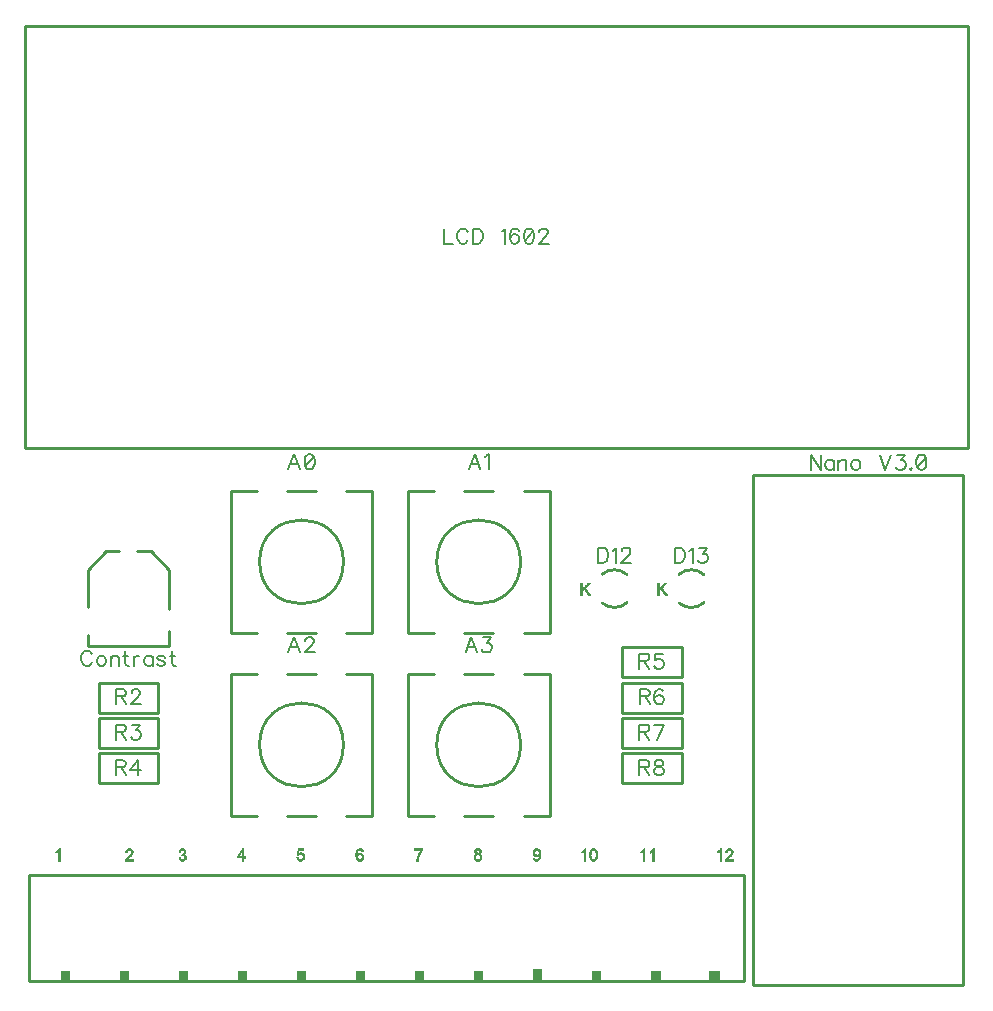
<source format=gbr>
G04 DipTrace 3.2.0.1*
G04 TopSilk.gbr*
%MOIN*%
G04 #@! TF.FileFunction,Legend,Top*
G04 #@! TF.Part,Single*
%ADD10C,0.009843*%
%ADD13C,0.002625*%
%ADD63C,0.00772*%
%FSLAX26Y26*%
G04*
G70*
G90*
G75*
G01*
G04 TopSilk*
%LPD*%
X2321646Y1769654D2*
D10*
G02X2403877Y1768520I40474J-47136D01*
G01*
X2321646Y1673654D2*
G03X2403877Y1674787I40474J47136D01*
G01*
X2577551Y1769654D2*
G02X2659783Y1768520I40474J-47136D01*
G01*
X2577551Y1673654D2*
G03X2659783Y1674787I40474J47136D01*
G01*
X397638Y3598425D2*
X3539370D1*
Y2188976D1*
X397638D1*
Y3598425D1*
X409449Y413386D2*
X2795276D1*
Y767717D1*
X409449D1*
Y413386D1*
G36*
X1500010Y448110D2*
X1531742D1*
Y416610D1*
X1500010D1*
Y448110D1*
G37*
G36*
X1697080D2*
X1728334D1*
Y416610D1*
X1697080D1*
Y448110D1*
G37*
G36*
X1893672D2*
X1925165D1*
Y416610D1*
X1893672D1*
Y448110D1*
G37*
G36*
X2090502Y452043D2*
X2122234D1*
Y416610D1*
X2090502D1*
Y452043D1*
G37*
G36*
X2287572Y448110D2*
X2318826D1*
Y416610D1*
X2287572D1*
Y448110D1*
G37*
G36*
X515857D2*
X547350D1*
Y416610D1*
X515857D1*
Y448110D1*
G37*
G36*
X2484164D2*
X2515657D1*
Y416610D1*
X2484164D1*
Y448110D1*
G37*
G36*
X712687D2*
X743942D1*
Y416610D1*
X712687D1*
Y448110D1*
G37*
G36*
X2677177D2*
X2712726D1*
Y416610D1*
X2677177D1*
Y448110D1*
G37*
G36*
X1303180D2*
X1334672D1*
Y416610D1*
X1303180D1*
Y448110D1*
G37*
G36*
X909280D2*
X940772D1*
Y416610D1*
X909280D1*
Y448110D1*
G37*
G36*
X1106349D2*
X1137842D1*
Y416610D1*
X1106349D1*
Y448110D1*
G37*
X769688Y1846457D2*
D10*
X816929D1*
X667323D2*
X710623D1*
X608071Y1783465D2*
Y1661417D1*
X876181Y1783465D2*
Y1653543D1*
X608071Y1531496D2*
Y1566929D1*
X876181Y1531496D2*
Y1578740D1*
Y1531496D2*
X608071D1*
X608259Y1783465D2*
X667323Y1846457D1*
X875993Y1783465D2*
X816929Y1846457D1*
X841946Y1308268D2*
X642306D1*
Y1408268D2*
Y1308268D1*
X841946Y1408268D2*
X642306D1*
X841946D2*
Y1308268D1*
Y1190157D2*
X642306D1*
Y1290157D2*
Y1190157D1*
X841946Y1290157D2*
X642306D1*
X841946D2*
Y1190157D1*
Y1072047D2*
X642306D1*
Y1172047D2*
Y1072047D1*
X841946Y1172047D2*
X642306D1*
X841946D2*
Y1072047D1*
X2586040Y1426378D2*
X2386400D1*
Y1526378D2*
Y1426378D1*
X2586040Y1526378D2*
X2386400D1*
X2586040D2*
Y1426378D1*
Y1308268D2*
X2386400D1*
Y1408268D2*
Y1308268D1*
X2586040Y1408268D2*
X2386400D1*
X2586040D2*
Y1308268D1*
X2386400Y1290157D2*
X2586040D1*
Y1190157D2*
Y1290157D1*
X2386400Y1190157D2*
X2586040D1*
X2386400D2*
Y1290157D1*
Y1172047D2*
X2586040D1*
Y1072047D2*
Y1172047D1*
X2386400Y1072047D2*
X2586040D1*
X2386400D2*
Y1172047D1*
X1179150Y1811024D2*
G02X1179150Y1811024I139748J0D01*
G01*
X1468520Y1574799D2*
X1555118D1*
Y2047248D1*
X1468520D1*
X1169276Y1574799D2*
X1082677D1*
Y2047248D1*
X1169276D1*
X1366142Y1574799D2*
X1271654D1*
Y2047248D2*
X1366142D1*
X1769701Y1811024D2*
G02X1769701Y1811024I139748J0D01*
G01*
X2059071Y1574799D2*
X2145669D1*
Y2047248D1*
X2059071D1*
X1759827Y1574799D2*
X1673228D1*
Y2047248D1*
X1759827D1*
X1956693Y1574799D2*
X1862205D1*
Y2047248D2*
X1956693D1*
X1179150Y1200787D2*
G02X1179150Y1200787I139748J0D01*
G01*
X1468520Y964563D2*
X1555118D1*
Y1437012D1*
X1468520D1*
X1169276Y964563D2*
X1082677D1*
Y1437012D1*
X1169276D1*
X1366142Y964563D2*
X1271654D1*
Y1437012D2*
X1366142D1*
X1769701Y1200787D2*
G02X1769701Y1200787I139748J0D01*
G01*
X2059071Y964563D2*
X2145669D1*
Y1437012D1*
X2059071D1*
X1759827Y964563D2*
X1673228D1*
Y1437012D1*
X1759827D1*
X1956693Y964563D2*
X1862205D1*
Y1437012D2*
X1956693D1*
X2824016Y2098819D2*
X3524016D1*
Y398878D1*
X2824016D1*
Y2098819D1*
X510499Y855643D2*
D13*
X513123D1*
X509186Y854331D2*
X513123D1*
X507874Y853018D2*
X513123D1*
X506557Y851706D2*
X513123D1*
X505198Y850394D2*
X513123D1*
X503724Y849081D2*
X513123D1*
X502148Y847769D2*
X513123D1*
X500718Y846457D2*
X513123D1*
X499544Y845144D2*
X505008D1*
X507874D2*
X513123D1*
X499062Y843832D2*
X503235D1*
X507874D2*
X513123D1*
X498688Y842520D2*
X501312D1*
X507874D2*
X513123D1*
X507874Y841207D2*
X513123D1*
X507874Y839895D2*
X513123D1*
X507874Y838583D2*
X513123D1*
X507874Y837270D2*
X513123D1*
X507874Y835958D2*
X513123D1*
X507874Y834646D2*
X513123D1*
X507874Y833333D2*
X513123D1*
X507874Y832021D2*
X513123D1*
X507874Y830709D2*
X513123D1*
X507874Y829396D2*
X513123D1*
X507874Y828084D2*
X513123D1*
X507874Y826772D2*
X513123D1*
X507874Y825459D2*
X513123D1*
X507874Y824147D2*
X513123D1*
X507874Y822835D2*
X513123D1*
X507874Y821522D2*
X513123D1*
X507874Y820210D2*
X513123D1*
X507874Y818898D2*
X513123D1*
X507874Y817585D2*
X513123D1*
X507874Y816273D2*
X513123D1*
X507874Y814961D2*
X513123D1*
X1307087Y855643D2*
X1325459D1*
X1306638Y854331D2*
X1325459D1*
X1306247Y853018D2*
X1325459D1*
X1305993Y851706D2*
X1325459D1*
X1305819Y850394D2*
X1309508D1*
X1305594Y849081D2*
X1309183D1*
X1305256Y847769D2*
X1308843D1*
X1304910Y846457D2*
X1308608D1*
X1304673Y845144D2*
X1308440D1*
X1304504Y843832D2*
X1308216D1*
X1304280Y842520D2*
X1307868D1*
X1312336D2*
X1318898D1*
X1303943Y841207D2*
X1307468D1*
X1309096D2*
X1320811D1*
X1303603Y839895D2*
X1322454D1*
X1303421Y838583D2*
X1323784D1*
X1303390Y837270D2*
X1309711D1*
X1318432D2*
X1324816D1*
X1303863Y835958D2*
X1308399D1*
X1320135D2*
X1325607D1*
X1304462Y834646D2*
X1307087D1*
X1321329D2*
X1326176D1*
X1322223Y833333D2*
X1326552D1*
X1322538Y832021D2*
X1326915D1*
X1322708Y830709D2*
X1327437D1*
X1322785Y829396D2*
X1328084D1*
X1322811Y828084D2*
X1327478D1*
X1322772Y826772D2*
X1327096D1*
X1301837Y825459D2*
X1305774D1*
X1322558D2*
X1326859D1*
X1302336Y824147D2*
X1306669D1*
X1322150D2*
X1326602D1*
X1302900Y822835D2*
X1307635D1*
X1321124D2*
X1326203D1*
X1303514Y821522D2*
X1310106D1*
X1318587D2*
X1325635D1*
X1304208Y820210D2*
X1314022D1*
X1314623D2*
X1324858D1*
X1305128Y818898D2*
X1323765D1*
X1306547Y817585D2*
X1322206D1*
X1308600Y816273D2*
X1320068D1*
X1311024Y814961D2*
X1317585D1*
X1509186Y855643D2*
X1515748D1*
X1506712Y854331D2*
X1517907D1*
X1504814Y853018D2*
X1519615D1*
X1503440Y851706D2*
X1520855D1*
X1502347Y850394D2*
X1507879D1*
X1515287D2*
X1521786D1*
X1501413Y849081D2*
X1506618D1*
X1517035D2*
X1522526D1*
X1500724Y847769D2*
X1505519D1*
X1518423D2*
X1523120D1*
X1500281Y846457D2*
X1504693D1*
X1519685D2*
X1523622D1*
X1499920Y845144D2*
X1504083D1*
X1499521Y843832D2*
X1503555D1*
X1499150Y842520D2*
X1503131D1*
X1498909Y841207D2*
X1502915D1*
X1509186D2*
X1515748D1*
X1498782Y839895D2*
X1502869D1*
X1507022D2*
X1517912D1*
X1498725Y838583D2*
X1503340D1*
X1504844D2*
X1519661D1*
X1498702Y837270D2*
X1521022D1*
X1498693Y835958D2*
X1508340D1*
X1515435D2*
X1522099D1*
X1498689Y834646D2*
X1506632D1*
X1517295D2*
X1522854D1*
X1498688Y833333D2*
X1505392D1*
X1518726D2*
X1523324D1*
X1498688Y832021D2*
X1504467D1*
X1519223D2*
X1523691D1*
X1498693Y830709D2*
X1503785D1*
X1519490D2*
X1524048D1*
X1498739Y829396D2*
X1503282D1*
X1519609D2*
X1524252D1*
X1498906Y828084D2*
X1503394D1*
X1519652D2*
X1524180D1*
X1499226Y826772D2*
X1503653D1*
X1519624D2*
X1523965D1*
X1499608Y825459D2*
X1504039D1*
X1519453D2*
X1523747D1*
X1500009Y824147D2*
X1504693D1*
X1519139D2*
X1523477D1*
X1500497Y822835D2*
X1505606D1*
X1518321D2*
X1523065D1*
X1501107Y821522D2*
X1507926D1*
X1515773D2*
X1522490D1*
X1501897Y820210D2*
X1511441D1*
X1511661D2*
X1521715D1*
X1502947Y818898D2*
X1520672D1*
X1504307Y817585D2*
X1519314D1*
X1505997Y816273D2*
X1517625D1*
X1507874Y814961D2*
X1515748D1*
X1122047Y855643D2*
X1124672D1*
X1120938Y854331D2*
X1124672D1*
X1119951Y853018D2*
X1124672D1*
X1118983Y851706D2*
X1124672D1*
X1117947Y850394D2*
X1124672D1*
X1116924Y849081D2*
X1124672D1*
X1115987Y847769D2*
X1124672D1*
X1115080Y846457D2*
X1124672D1*
X1114173Y845144D2*
X1118160D1*
X1120735D2*
X1124672D1*
X1113300Y843832D2*
X1117016D1*
X1120735D2*
X1124672D1*
X1112386Y842520D2*
X1116023D1*
X1120735D2*
X1124672D1*
X1111372Y841207D2*
X1115094D1*
X1120735D2*
X1124672D1*
X1110357Y839895D2*
X1114178D1*
X1120735D2*
X1124672D1*
X1109423Y838583D2*
X1113301D1*
X1120735D2*
X1124672D1*
X1108518Y837270D2*
X1112386D1*
X1120735D2*
X1124672D1*
X1107611Y835958D2*
X1111372D1*
X1120735D2*
X1124672D1*
X1106743Y834646D2*
X1110358D1*
X1120735D2*
X1124672D1*
X1105875Y833333D2*
X1109430D1*
X1120735D2*
X1124672D1*
X1105034Y832021D2*
X1108533D1*
X1120735D2*
X1124672D1*
X1104385Y830709D2*
X1107612D1*
X1120735D2*
X1124672D1*
X1104001Y829396D2*
X1129921D1*
X1103810Y828084D2*
X1129921D1*
X1103724Y826772D2*
X1129921D1*
X1103675Y825459D2*
X1129921D1*
X1120735Y824147D2*
X1124672D1*
X1120735Y822835D2*
X1124672D1*
X1120735Y821522D2*
X1124672D1*
X1120735Y820210D2*
X1124672D1*
X1120735Y818898D2*
X1124672D1*
X1120735Y817585D2*
X1124672D1*
X1120735Y816273D2*
X1124672D1*
X1120735Y814961D2*
X1124672D1*
X740157Y855643D2*
X748031D1*
X737841Y854331D2*
X749950D1*
X735934Y853018D2*
X751634D1*
X734548Y851706D2*
X753086D1*
X733573Y850394D2*
X740471D1*
X748026D2*
X754264D1*
X732884Y849081D2*
X738605D1*
X749287D2*
X755078D1*
X732357Y847769D2*
X737159D1*
X750381D2*
X755534D1*
X731859Y846457D2*
X736431D1*
X751161D2*
X755753D1*
X731392Y845144D2*
X735696D1*
X751599D2*
X755842D1*
X730971Y843832D2*
X734908D1*
X751767D2*
X755833D1*
X751687Y842520D2*
X755674D1*
X751358Y841207D2*
X755319D1*
X750817Y839895D2*
X754812D1*
X750060Y838583D2*
X754218D1*
X749071Y837270D2*
X753541D1*
X747918Y835958D2*
X752724D1*
X746670Y834646D2*
X751710D1*
X745339Y833333D2*
X750542D1*
X743870Y832021D2*
X749250D1*
X742247Y830709D2*
X747797D1*
X740600Y829396D2*
X746181D1*
X739059Y828084D2*
X744536D1*
X737630Y826772D2*
X742996D1*
X736309Y825459D2*
X741562D1*
X735140Y824147D2*
X740194D1*
X734139Y822835D2*
X738859D1*
X733211Y821522D2*
X737538D1*
X732345Y820210D2*
X736222D1*
X731686Y818898D2*
X755906D1*
X731298Y817585D2*
X755906D1*
X731097Y816273D2*
X755906D1*
X730971Y814961D2*
X755906D1*
X916010Y855643D2*
X923885D1*
X914142Y854331D2*
X925798D1*
X912626Y853018D2*
X927441D1*
X911489Y851706D2*
X928771D1*
X910652Y850394D2*
X917636D1*
X923419D2*
X929803D1*
X909991Y849081D2*
X915775D1*
X925122D2*
X930594D1*
X909835Y847769D2*
X914343D1*
X926310D2*
X931153D1*
X910225Y846457D2*
X913802D1*
X927189D2*
X931433D1*
X910761Y845144D2*
X913386D1*
X927398D2*
X931420D1*
X927048Y843832D2*
X931125D1*
X925990Y842520D2*
X930598D1*
X924440Y841207D2*
X929847D1*
X922499Y839895D2*
X928861D1*
X920749Y838583D2*
X927716D1*
X919426Y837270D2*
X926509D1*
X918974Y835958D2*
X928422D1*
X918635Y834646D2*
X930060D1*
X922921Y833333D2*
X931350D1*
X925899Y832021D2*
X932260D1*
X927969Y830709D2*
X932900D1*
X928582Y829396D2*
X933395D1*
X928899Y828084D2*
X933779D1*
X910761Y826772D2*
X912073D1*
X928994D2*
X933644D1*
X909546Y825459D2*
X912740D1*
X928873D2*
X933416D1*
X909176Y824147D2*
X913413D1*
X928582D2*
X933191D1*
X909456Y822835D2*
X914256D1*
X927768D2*
X932874D1*
X909925Y821522D2*
X917012D1*
X925221D2*
X932295D1*
X910594Y820210D2*
X921283D1*
X921110D2*
X931401D1*
X911606Y818898D2*
X930245D1*
X913138Y817585D2*
X928820D1*
X915129Y816273D2*
X927095D1*
X917323Y814961D2*
X925197D1*
X1695538Y855643D2*
X1721785D1*
X1695538Y854331D2*
X1721532D1*
X1695538Y853018D2*
X1721033D1*
X1695538Y851706D2*
X1720328D1*
X1715426Y850394D2*
X1719548D1*
X1714444Y849081D2*
X1718710D1*
X1713518Y847769D2*
X1717831D1*
X1712602Y846457D2*
X1716973D1*
X1711731Y845144D2*
X1716104D1*
X1710857Y843832D2*
X1715218D1*
X1709969Y842520D2*
X1714397D1*
X1709153Y841207D2*
X1713653D1*
X1708450Y839895D2*
X1712954D1*
X1707877Y838583D2*
X1712281D1*
X1707393Y837270D2*
X1711623D1*
X1706877Y835958D2*
X1711006D1*
X1706305Y834646D2*
X1710474D1*
X1705729Y833333D2*
X1710012D1*
X1705214Y832021D2*
X1709544D1*
X1704759Y830709D2*
X1709096D1*
X1704298Y829396D2*
X1708673D1*
X1703892Y828084D2*
X1708227D1*
X1703591Y826772D2*
X1707826D1*
X1703292Y825459D2*
X1707526D1*
X1702918Y824147D2*
X1707228D1*
X1702557Y822835D2*
X1706855D1*
X1702319Y821522D2*
X1706494D1*
X1702194Y820210D2*
X1706256D1*
X1702137Y818898D2*
X1706131D1*
X1702114Y817585D2*
X1706074D1*
X1702104Y816273D2*
X1706050D1*
X1702100Y814961D2*
X1706037D1*
X1901575Y855643D2*
X1909449D1*
X1899662Y854331D2*
X1911362D1*
X1898019Y853018D2*
X1913005D1*
X1896688Y851706D2*
X1914336D1*
X1895657Y850394D2*
X1902041D1*
X1909394D2*
X1915367D1*
X1894870Y849081D2*
X1900343D1*
X1910487D2*
X1916153D1*
X1894236Y847769D2*
X1899015D1*
X1911261D2*
X1916788D1*
X1894170Y846457D2*
X1898408D1*
X1911778D2*
X1916859D1*
X1894392Y845144D2*
X1898427D1*
X1911793D2*
X1916678D1*
X1894842Y843832D2*
X1899091D1*
X1911252D2*
X1916349D1*
X1895458Y842520D2*
X1901590D1*
X1909167D2*
X1915879D1*
X1896315Y841207D2*
X1905677D1*
X1905790D2*
X1915216D1*
X1897515Y839895D2*
X1913739D1*
X1898950Y838583D2*
X1912073D1*
X1897643Y837270D2*
X1913381D1*
X1896377Y835958D2*
X1914647D1*
X1895237Y834646D2*
X1901883D1*
X1909141D2*
X1915787D1*
X1894290Y833333D2*
X1899976D1*
X1911047D2*
X1916734D1*
X1893533Y832021D2*
X1898590D1*
X1912433D2*
X1917491D1*
X1892982Y830709D2*
X1897620D1*
X1913404D2*
X1918042D1*
X1892661Y829396D2*
X1896982D1*
X1914042D2*
X1918363D1*
X1892507Y828084D2*
X1896670D1*
X1914353D2*
X1918516D1*
X1892484Y826772D2*
X1896670D1*
X1914353D2*
X1918540D1*
X1892628Y825459D2*
X1896967D1*
X1914057D2*
X1918395D1*
X1892978Y824147D2*
X1897569D1*
X1913455D2*
X1918045D1*
X1893483Y822835D2*
X1898433D1*
X1912590D2*
X1917540D1*
X1894082Y821522D2*
X1901227D1*
X1909797D2*
X1916942D1*
X1894809Y820210D2*
X1905520D1*
X1905503D2*
X1916215D1*
X1895844Y818898D2*
X1915179D1*
X1897386Y817585D2*
X1913638D1*
X1899380Y816273D2*
X1911644D1*
X1901575Y814961D2*
X1909449D1*
X2098425Y855643D2*
X2104987D1*
X2096108Y854331D2*
X2107304D1*
X2094202Y853018D2*
X2109210D1*
X2092811Y851706D2*
X2110601D1*
X2091794Y850394D2*
X2098891D1*
X2106294D2*
X2111618D1*
X2090984Y849081D2*
X2097183D1*
X2107555D2*
X2112428D1*
X2090312Y847769D2*
X2095943D1*
X2108649D2*
X2113100D1*
X2089803Y846457D2*
X2095013D1*
X2109429D2*
X2113609D1*
X2089500Y845144D2*
X2094285D1*
X2109872D2*
X2113912D1*
X2089348Y843832D2*
X2093759D1*
X2110086D2*
X2114069D1*
X2089287Y842520D2*
X2093493D1*
X2110173D2*
X2114182D1*
X2089306Y841207D2*
X2093511D1*
X2110159D2*
X2114376D1*
X2089463Y839895D2*
X2093814D1*
X2109954D2*
X2114700D1*
X2089779Y838583D2*
X2094418D1*
X2109551D2*
X2115041D1*
X2090165Y837270D2*
X2095284D1*
X2108320D2*
X2115266D1*
X2090612Y835958D2*
X2098077D1*
X2106181D2*
X2115342D1*
X2091272Y834646D2*
X2102371D1*
X2102714D2*
X2115230D1*
X2092246Y833333D2*
X2108870D1*
X2111806D2*
X2114939D1*
X2093570Y832021D2*
X2107354D1*
X2111039D2*
X2114611D1*
X2095244Y830709D2*
X2105593D1*
X2110594D2*
X2114386D1*
X2097113Y829396D2*
X2103675D1*
X2110335D2*
X2114260D1*
X2110071Y828084D2*
X2114159D1*
X2109668Y826772D2*
X2113963D1*
X2109099Y825459D2*
X2113594D1*
X2090551Y824147D2*
X2094488D1*
X2108307D2*
X2113082D1*
X2090606Y822835D2*
X2095219D1*
X2107301D2*
X2112486D1*
X2090826Y821522D2*
X2097355D1*
X2104956D2*
X2111809D1*
X2091364Y820210D2*
X2100758D1*
X2101428D2*
X2110987D1*
X2092283Y818898D2*
X2109923D1*
X2093584Y817585D2*
X2108558D1*
X2095249Y816273D2*
X2106865D1*
X2097113Y814961D2*
X2104987D1*
X2262467Y855643D2*
X2265092D1*
X2287402D2*
X2295276D1*
X2261155Y854331D2*
X2265092D1*
X2285489D2*
X2297144D1*
X2259843Y853018D2*
X2265092D1*
X2283845D2*
X2298660D1*
X2258525Y851706D2*
X2265092D1*
X2282515D2*
X2299802D1*
X2257167Y850394D2*
X2265092D1*
X2281483D2*
X2287407D1*
X2295226D2*
X2300690D1*
X2255692Y849081D2*
X2265092D1*
X2280692D2*
X2286146D1*
X2296365D2*
X2301442D1*
X2254117Y847769D2*
X2265092D1*
X2280123D2*
X2285052D1*
X2297311D2*
X2302091D1*
X2252686Y846457D2*
X2265092D1*
X2279751D2*
X2284267D1*
X2298068D2*
X2302596D1*
X2251513Y845144D2*
X2256977D1*
X2259843D2*
X2265092D1*
X2279424D2*
X2283778D1*
X2298619D2*
X2302942D1*
X2251031Y843832D2*
X2255204D1*
X2259843D2*
X2265092D1*
X2279039D2*
X2283397D1*
X2298946D2*
X2303259D1*
X2250656Y842520D2*
X2253281D1*
X2259843D2*
X2265092D1*
X2278675D2*
X2282990D1*
X2299150D2*
X2303640D1*
X2259843Y841207D2*
X2265092D1*
X2278435D2*
X2282617D1*
X2299387D2*
X2304003D1*
X2259843Y839895D2*
X2265092D1*
X2278310D2*
X2282374D1*
X2299729D2*
X2304242D1*
X2259843Y838583D2*
X2265092D1*
X2278253D2*
X2282247D1*
X2300076D2*
X2304368D1*
X2259843Y837270D2*
X2265092D1*
X2278229D2*
X2282190D1*
X2300309D2*
X2304425D1*
X2259843Y835958D2*
X2265092D1*
X2278220D2*
X2282166D1*
X2300427D2*
X2304448D1*
X2259843Y834646D2*
X2265092D1*
X2278217D2*
X2282157D1*
X2300437D2*
X2304457D1*
X2259843Y833333D2*
X2265092D1*
X2278216D2*
X2282159D1*
X2300293D2*
X2304455D1*
X2259843Y832021D2*
X2265092D1*
X2278221D2*
X2282204D1*
X2299987D2*
X2304410D1*
X2259843Y830709D2*
X2265092D1*
X2278267D2*
X2282371D1*
X2299654D2*
X2304243D1*
X2259843Y829396D2*
X2265092D1*
X2278434D2*
X2282685D1*
X2299421D2*
X2303929D1*
X2259843Y828084D2*
X2265092D1*
X2278748D2*
X2283027D1*
X2299254D2*
X2303588D1*
X2259843Y826772D2*
X2265092D1*
X2279090D2*
X2283307D1*
X2299026D2*
X2303313D1*
X2259843Y825459D2*
X2265092D1*
X2279365D2*
X2283647D1*
X2298637D2*
X2303018D1*
X2259843Y824147D2*
X2265092D1*
X2279659D2*
X2284261D1*
X2298048D2*
X2302602D1*
X2259843Y822835D2*
X2265092D1*
X2280080D2*
X2285146D1*
X2297288D2*
X2302070D1*
X2259843Y821522D2*
X2265092D1*
X2280658D2*
X2287460D1*
X2295092D2*
X2301467D1*
X2259843Y820210D2*
X2265092D1*
X2281434D2*
X2290971D1*
X2291654D2*
X2300782D1*
X2259843Y818898D2*
X2265092D1*
X2282478D2*
X2299914D1*
X2259843Y817585D2*
X2265092D1*
X2283835D2*
X2298698D1*
X2259843Y816273D2*
X2265092D1*
X2285525D2*
X2297094D1*
X2259843Y814961D2*
X2265092D1*
X2287402D2*
X2295276D1*
X2459318Y855643D2*
X2461942D1*
X2490814D2*
X2493438D1*
X2458005Y854331D2*
X2461942D1*
X2489501D2*
X2493438D1*
X2456693Y853018D2*
X2461942D1*
X2488189D2*
X2493438D1*
X2455375Y851706D2*
X2461942D1*
X2486872D2*
X2493438D1*
X2454017Y850394D2*
X2461942D1*
X2485513D2*
X2493438D1*
X2452543Y849081D2*
X2461942D1*
X2484039D2*
X2493438D1*
X2450967Y847769D2*
X2461942D1*
X2482463D2*
X2493438D1*
X2449536Y846457D2*
X2461942D1*
X2481033D2*
X2493438D1*
X2448363Y845144D2*
X2453827D1*
X2456693D2*
X2461942D1*
X2479861D2*
X2485307D1*
X2488189D2*
X2493438D1*
X2447881Y843832D2*
X2452054D1*
X2456693D2*
X2461942D1*
X2479417D2*
X2483454D1*
X2488189D2*
X2493438D1*
X2447507Y842520D2*
X2450131D1*
X2456693D2*
X2461942D1*
X2479166D2*
X2481299D1*
X2488189D2*
X2493438D1*
X2456693Y841207D2*
X2461942D1*
X2479003D2*
D3*
X2488189D2*
X2493438D1*
X2456693Y839895D2*
X2461942D1*
X2488189D2*
X2493438D1*
X2456693Y838583D2*
X2461942D1*
X2488189D2*
X2493438D1*
X2456693Y837270D2*
X2461942D1*
X2488189D2*
X2493438D1*
X2456693Y835958D2*
X2461942D1*
X2488189D2*
X2493438D1*
X2456693Y834646D2*
X2461942D1*
X2488189D2*
X2493438D1*
X2456693Y833333D2*
X2461942D1*
X2488189D2*
X2493438D1*
X2456693Y832021D2*
X2461942D1*
X2488189D2*
X2493438D1*
X2456693Y830709D2*
X2461942D1*
X2488189D2*
X2493438D1*
X2456693Y829396D2*
X2461942D1*
X2488189D2*
X2493438D1*
X2456693Y828084D2*
X2461942D1*
X2488189D2*
X2493438D1*
X2456693Y826772D2*
X2461942D1*
X2488189D2*
X2493438D1*
X2456693Y825459D2*
X2461942D1*
X2488189D2*
X2493438D1*
X2456693Y824147D2*
X2461942D1*
X2488189D2*
X2493438D1*
X2456693Y822835D2*
X2461942D1*
X2488189D2*
X2493438D1*
X2456693Y821522D2*
X2461942D1*
X2488189D2*
X2493438D1*
X2456693Y820210D2*
X2461942D1*
X2488189D2*
X2493438D1*
X2456693Y818898D2*
X2461942D1*
X2488189D2*
X2493438D1*
X2456693Y817585D2*
X2461942D1*
X2488189D2*
X2493438D1*
X2456693Y816273D2*
X2461942D1*
X2488189D2*
X2493438D1*
X2456693Y814961D2*
X2461942D1*
X2488189D2*
X2493438D1*
X2715223Y855643D2*
X2717848D1*
X2740157D2*
X2748031D1*
X2713911Y854331D2*
X2717848D1*
X2737841D2*
X2749950D1*
X2712598Y853018D2*
X2717848D1*
X2735934D2*
X2751634D1*
X2711281Y851706D2*
X2717848D1*
X2734548D2*
X2753086D1*
X2709922Y850394D2*
X2717848D1*
X2733573D2*
X2740471D1*
X2748026D2*
X2754264D1*
X2708448Y849081D2*
X2717848D1*
X2732884D2*
X2738605D1*
X2749287D2*
X2755078D1*
X2706873Y847769D2*
X2717848D1*
X2732357D2*
X2737159D1*
X2750381D2*
X2755534D1*
X2705442Y846457D2*
X2717848D1*
X2731859D2*
X2736431D1*
X2751161D2*
X2755753D1*
X2704269Y845144D2*
X2709732D1*
X2712598D2*
X2717848D1*
X2731392D2*
X2735696D1*
X2751599D2*
X2755842D1*
X2703786Y843832D2*
X2707960D1*
X2712598D2*
X2717848D1*
X2730971D2*
X2734908D1*
X2751767D2*
X2755833D1*
X2703412Y842520D2*
X2706037D1*
X2712598D2*
X2717848D1*
X2751687D2*
X2755674D1*
X2712598Y841207D2*
X2717848D1*
X2751358D2*
X2755319D1*
X2712598Y839895D2*
X2717848D1*
X2750817D2*
X2754812D1*
X2712598Y838583D2*
X2717848D1*
X2750060D2*
X2754218D1*
X2712598Y837270D2*
X2717848D1*
X2749071D2*
X2753541D1*
X2712598Y835958D2*
X2717848D1*
X2747918D2*
X2752724D1*
X2712598Y834646D2*
X2717848D1*
X2746670D2*
X2751710D1*
X2712598Y833333D2*
X2717848D1*
X2745339D2*
X2750542D1*
X2712598Y832021D2*
X2717848D1*
X2743870D2*
X2749250D1*
X2712598Y830709D2*
X2717848D1*
X2742247D2*
X2747797D1*
X2712598Y829396D2*
X2717848D1*
X2740600D2*
X2746181D1*
X2712598Y828084D2*
X2717848D1*
X2739059D2*
X2744536D1*
X2712598Y826772D2*
X2717848D1*
X2737630D2*
X2742996D1*
X2712598Y825459D2*
X2717848D1*
X2736309D2*
X2741562D1*
X2712598Y824147D2*
X2717848D1*
X2735140D2*
X2740194D1*
X2712598Y822835D2*
X2717848D1*
X2734139D2*
X2738859D1*
X2712598Y821522D2*
X2717848D1*
X2733211D2*
X2737538D1*
X2712598Y820210D2*
X2717848D1*
X2732345D2*
X2736222D1*
X2712598Y818898D2*
X2717848D1*
X2731686D2*
X2755906D1*
X2712598Y817585D2*
X2717848D1*
X2731298D2*
X2755906D1*
X2712598Y816273D2*
X2717848D1*
X2731097D2*
X2755906D1*
X2712598Y814961D2*
X2717848D1*
X2730971D2*
X2755906D1*
X2248031Y1741470D2*
X2253281D1*
X2272966D2*
X2279528D1*
X2248031Y1740157D2*
X2253281D1*
X2272102D2*
X2278215D1*
X2248031Y1738845D2*
X2253281D1*
X2271180D2*
X2276903D1*
X2248031Y1737533D2*
X2253281D1*
X2270117D2*
X2275591D1*
X2248031Y1736220D2*
X2253281D1*
X2268933D2*
X2274278D1*
X2248031Y1734908D2*
X2253281D1*
X2267679D2*
X2272966D1*
X2248031Y1733596D2*
X2253281D1*
X2266390D2*
X2271654D1*
X2248031Y1732283D2*
X2253281D1*
X2265087D2*
X2270341D1*
X2248031Y1730971D2*
X2253281D1*
X2263778D2*
X2269029D1*
X2248031Y1729659D2*
X2253281D1*
X2262467D2*
X2267722D1*
X2248031Y1728346D2*
X2253281D1*
X2261155D2*
X2266466D1*
X2248031Y1727034D2*
X2253286D1*
X2259837D2*
X2265418D1*
X2248031Y1725722D2*
X2253336D1*
X2258475D2*
X2264623D1*
X2248031Y1724409D2*
X2253539D1*
X2256960D2*
X2264686D1*
X2248031Y1723097D2*
X2253987D1*
X2255199D2*
X2265062D1*
X2248031Y1721785D2*
X2265735D1*
X2248031Y1720472D2*
X2258530D1*
X2260952D2*
X2266646D1*
X2248031Y1719160D2*
X2257223D1*
X2261934D2*
X2267619D1*
X2248031Y1717848D2*
X2255962D1*
X2262860D2*
X2268538D1*
X2248031Y1716535D2*
X2254868D1*
X2263776D2*
X2269438D1*
X2248031Y1715223D2*
X2254089D1*
X2264646D2*
X2270343D1*
X2248031Y1713911D2*
X2253646D1*
X2265520D2*
X2271215D1*
X2248031Y1712598D2*
X2253431D1*
X2266414D2*
X2272129D1*
X2248031Y1711286D2*
X2253339D1*
X2267281D2*
X2273143D1*
X2248031Y1709974D2*
X2253302D1*
X2268193D2*
X2274157D1*
X2248031Y1708661D2*
X2253288D1*
X2269206D2*
X2275096D1*
X2248031Y1707349D2*
X2253283D1*
X2270220D2*
X2276043D1*
X2248031Y1706037D2*
X2253282D1*
X2271154D2*
X2277071D1*
X2248031Y1704724D2*
X2253281D1*
X2272056D2*
X2278090D1*
X2248031Y1703412D2*
X2253281D1*
X2272926D2*
X2279020D1*
X2248031Y1702100D2*
X2253281D1*
X2273658D2*
X2279918D1*
X2248031Y1700787D2*
X2253281D1*
X2274278D2*
X2280840D1*
X2503937Y1741470D2*
X2509186D1*
X2528871D2*
X2535433D1*
X2503937Y1740157D2*
X2509186D1*
X2528008D2*
X2534121D1*
X2503937Y1738845D2*
X2509186D1*
X2527086D2*
X2532808D1*
X2503937Y1737533D2*
X2509186D1*
X2526022D2*
X2531496D1*
X2503937Y1736220D2*
X2509186D1*
X2524839D2*
X2530184D1*
X2503937Y1734908D2*
X2509186D1*
X2523584D2*
X2528871D1*
X2503937Y1733596D2*
X2509186D1*
X2522296D2*
X2527559D1*
X2503937Y1732283D2*
X2509186D1*
X2520992D2*
X2526247D1*
X2503937Y1730971D2*
X2509186D1*
X2519683D2*
X2524934D1*
X2503937Y1729659D2*
X2509186D1*
X2518372D2*
X2523627D1*
X2503937Y1728346D2*
X2509186D1*
X2517060D2*
X2522371D1*
X2503937Y1727034D2*
X2509191D1*
X2515743D2*
X2521324D1*
X2503937Y1725722D2*
X2509241D1*
X2514381D2*
X2520528D1*
X2503937Y1724409D2*
X2509444D1*
X2512865D2*
X2520592D1*
X2503937Y1723097D2*
X2509893D1*
X2511104D2*
X2520968D1*
X2503937Y1721785D2*
X2521641D1*
X2503937Y1720472D2*
X2514436D1*
X2516858D2*
X2522551D1*
X2503937Y1719160D2*
X2513128D1*
X2517839D2*
X2523525D1*
X2503937Y1717848D2*
X2511867D1*
X2518766D2*
X2524443D1*
X2503937Y1716535D2*
X2510774D1*
X2519681D2*
X2525343D1*
X2503937Y1715223D2*
X2509994D1*
X2520552D2*
X2526248D1*
X2503937Y1713911D2*
X2509551D1*
X2521426D2*
X2527121D1*
X2503937Y1712598D2*
X2509337D1*
X2522319D2*
X2528034D1*
X2503937Y1711286D2*
X2509244D1*
X2523187D2*
X2529048D1*
X2503937Y1709974D2*
X2509208D1*
X2524098D2*
X2530063D1*
X2503937Y1708661D2*
X2509194D1*
X2525112D2*
X2531002D1*
X2503937Y1707349D2*
X2509189D1*
X2526126D2*
X2531948D1*
X2503937Y1706037D2*
X2509187D1*
X2527060D2*
X2532976D1*
X2503937Y1704724D2*
X2509187D1*
X2527961D2*
X2533995D1*
X2503937Y1703412D2*
X2509186D1*
X2528832D2*
X2534926D1*
X2503937Y1702100D2*
X2509186D1*
X2529563D2*
X2535823D1*
X2503937Y1700787D2*
X2509186D1*
X2530184D2*
X2536745D1*
X510499Y855643D2*
X509186Y854331D1*
X507874Y853018D1*
X506557Y851706D1*
X505198Y850394D1*
X503724Y849081D1*
X502148Y847769D1*
X500718Y846457D1*
X499544Y845144D1*
X499062Y843832D1*
X498688Y842520D1*
X513123Y855643D2*
Y854331D1*
Y853018D1*
Y851706D1*
Y850394D1*
Y849081D1*
Y847769D1*
Y846457D1*
Y845144D1*
Y843832D1*
Y842520D1*
Y841207D1*
Y839895D1*
Y838583D1*
Y837270D1*
Y835958D1*
Y834646D1*
Y833333D1*
Y832021D1*
Y830709D1*
Y829396D1*
Y828084D1*
Y826772D1*
Y825459D1*
Y824147D1*
Y822835D1*
Y821522D1*
Y820210D1*
Y818898D1*
Y817585D1*
Y816273D1*
Y814961D1*
X506562Y846457D2*
X505008Y845144D1*
X503235Y843832D1*
X501312Y842520D1*
X507874Y846457D2*
Y845144D1*
Y843832D1*
Y842520D1*
Y841207D1*
Y839895D1*
Y838583D1*
Y837270D1*
Y835958D1*
Y834646D1*
Y833333D1*
Y832021D1*
Y830709D1*
Y829396D1*
Y828084D1*
Y826772D1*
Y825459D1*
Y824147D1*
Y822835D1*
Y821522D1*
Y820210D1*
Y818898D1*
Y817585D1*
Y816273D1*
Y814961D1*
X1307087Y855643D2*
X1306638Y854331D1*
X1306247Y853018D1*
X1305993Y851706D1*
X1305819Y850394D1*
X1305594Y849081D1*
X1305256Y847769D1*
X1304910Y846457D1*
X1304673Y845144D1*
X1304504Y843832D1*
X1304280Y842520D1*
X1303943Y841207D1*
X1303603Y839895D1*
X1303421Y838583D1*
X1303390Y837270D1*
X1303863Y835958D1*
X1304462Y834646D1*
X1325459Y855643D2*
Y854331D1*
Y853018D1*
Y851706D1*
X1309711D2*
X1309508Y850394D1*
X1309183Y849081D1*
X1308843Y847769D1*
X1308608Y846457D1*
X1308440Y845144D1*
X1308216Y843832D1*
X1307868Y842520D1*
X1307468Y841207D1*
X1307087Y839895D1*
X1312336Y842520D2*
X1309096Y841207D1*
X1305774Y839895D1*
X1318898Y842520D2*
X1320811Y841207D1*
X1322454Y839895D1*
X1323784Y838583D1*
X1324816Y837270D1*
X1325607Y835958D1*
X1326176Y834646D1*
X1326552Y833333D1*
X1326915Y832021D1*
X1327437Y830709D1*
X1328084Y829396D1*
X1327478Y828084D1*
X1327096Y826772D1*
X1326859Y825459D1*
X1326602Y824147D1*
X1326203Y822835D1*
X1325635Y821522D1*
X1324858Y820210D1*
X1323765Y818898D1*
X1322206Y817585D1*
X1320068Y816273D1*
X1317585Y814961D1*
X1311024Y838583D2*
X1309711Y837270D1*
X1308399Y835958D1*
X1307087Y834646D1*
X1316273Y838583D2*
X1318432Y837270D1*
X1320135Y835958D1*
X1321329Y834646D1*
X1322223Y833333D1*
X1322538Y832021D1*
X1322708Y830709D1*
X1322785Y829396D1*
X1322811Y828084D1*
X1322772Y826772D1*
X1322558Y825459D1*
X1322150Y824147D1*
X1321124Y822835D1*
X1318587Y821522D1*
X1314623Y820210D1*
X1309711Y818898D1*
X1301837Y825459D2*
X1302336Y824147D1*
X1302900Y822835D1*
X1303514Y821522D1*
X1304208Y820210D1*
X1305128Y818898D1*
X1306547Y817585D1*
X1308600Y816273D1*
X1311024Y814961D1*
X1305774Y825459D2*
X1306669Y824147D1*
X1307635Y822835D1*
X1310106Y821522D1*
X1314022Y820210D1*
X1318898Y818898D1*
X1509186Y855643D2*
X1506712Y854331D1*
X1504814Y853018D1*
X1503440Y851706D1*
X1502347Y850394D1*
X1501413Y849081D1*
X1500724Y847769D1*
X1500281Y846457D1*
X1499920Y845144D1*
X1499521Y843832D1*
X1499150Y842520D1*
X1498909Y841207D1*
X1498782Y839895D1*
X1498725Y838583D1*
X1498702Y837270D1*
X1498693Y835958D1*
X1498689Y834646D1*
X1498688Y833333D1*
Y832021D1*
X1498693Y830709D1*
X1498739Y829396D1*
X1498906Y828084D1*
X1499226Y826772D1*
X1499608Y825459D1*
X1500009Y824147D1*
X1500497Y822835D1*
X1501107Y821522D1*
X1501897Y820210D1*
X1502947Y818898D1*
X1504307Y817585D1*
X1505997Y816273D1*
X1507874Y814961D1*
X1515748Y855643D2*
X1517907Y854331D1*
X1519615Y853018D1*
X1520855Y851706D1*
X1521786Y850394D1*
X1522526Y849081D1*
X1523120Y847769D1*
X1523622Y846457D1*
X1509186Y851706D2*
X1507879Y850394D1*
X1506618Y849081D1*
X1505519Y847769D1*
X1504693Y846457D1*
X1504083Y845144D1*
X1503555Y843832D1*
X1503131Y842520D1*
X1502915Y841207D1*
X1502869Y839895D1*
X1503340Y838583D1*
X1503937Y837270D1*
X1513123Y851706D2*
X1515287Y850394D1*
X1517035Y849081D1*
X1518423Y847769D1*
X1519685Y846457D1*
X1509186Y841207D2*
X1507022Y839895D1*
X1504844Y838583D1*
X1502625Y837270D1*
X1515748Y841207D2*
X1517912Y839895D1*
X1519661Y838583D1*
X1521022Y837270D1*
X1522099Y835958D1*
X1522854Y834646D1*
X1523324Y833333D1*
X1523691Y832021D1*
X1524048Y830709D1*
X1524252Y829396D1*
X1524180Y828084D1*
X1523965Y826772D1*
X1523747Y825459D1*
X1523477Y824147D1*
X1523065Y822835D1*
X1522490Y821522D1*
X1521715Y820210D1*
X1520672Y818898D1*
X1519314Y817585D1*
X1517625Y816273D1*
X1515748Y814961D1*
X1510499Y837270D2*
X1508340Y835958D1*
X1506632Y834646D1*
X1505392Y833333D1*
X1504467Y832021D1*
X1503785Y830709D1*
X1503282Y829396D1*
X1503394Y828084D1*
X1503653Y826772D1*
X1504039Y825459D1*
X1504693Y824147D1*
X1505606Y822835D1*
X1507926Y821522D1*
X1511441Y820210D1*
X1515748Y818898D1*
X1513123Y837270D2*
X1515435Y835958D1*
X1517295Y834646D1*
X1518726Y833333D1*
X1519223Y832021D1*
X1519490Y830709D1*
X1519609Y829396D1*
X1519652Y828084D1*
X1519624Y826772D1*
X1519453Y825459D1*
X1519139Y824147D1*
X1518321Y822835D1*
X1515773Y821522D1*
X1511661Y820210D1*
X1506562Y818898D1*
X1122047Y855643D2*
X1120938Y854331D1*
X1119951Y853018D1*
X1118983Y851706D1*
X1117947Y850394D1*
X1116924Y849081D1*
X1115987Y847769D1*
X1115080Y846457D1*
X1114173Y845144D1*
X1113300Y843832D1*
X1112386Y842520D1*
X1111372Y841207D1*
X1110357Y839895D1*
X1109423Y838583D1*
X1108518Y837270D1*
X1107611Y835958D1*
X1106743Y834646D1*
X1105875Y833333D1*
X1105034Y832021D1*
X1104385Y830709D1*
X1104001Y829396D1*
X1103810Y828084D1*
X1103724Y826772D1*
X1103675Y825459D1*
X1124672Y855643D2*
Y854331D1*
Y853018D1*
Y851706D1*
Y850394D1*
Y849081D1*
Y847769D1*
Y846457D1*
Y845144D1*
Y843832D1*
Y842520D1*
Y841207D1*
Y839895D1*
Y838583D1*
Y837270D1*
Y835958D1*
Y834646D1*
Y833333D1*
Y832021D1*
Y830709D1*
Y829396D1*
X1129921D1*
Y828084D1*
Y826772D1*
Y825459D1*
Y824147D1*
X1124672D1*
Y822835D1*
Y821522D1*
Y820210D1*
Y818898D1*
Y817585D1*
Y816273D1*
Y814961D1*
X1119423Y846457D2*
X1118160Y845144D1*
X1117016Y843832D1*
X1116023Y842520D1*
X1115094Y841207D1*
X1114178Y839895D1*
X1113301Y838583D1*
X1112386Y837270D1*
X1111372Y835958D1*
X1110358Y834646D1*
X1109430Y833333D1*
X1108533Y832021D1*
X1107612Y830709D1*
X1118110Y829396D1*
X1120735Y846457D2*
Y845144D1*
Y843832D1*
Y842520D1*
Y841207D1*
Y839895D1*
Y838583D1*
Y837270D1*
Y835958D1*
Y834646D1*
Y833333D1*
Y832021D1*
Y830709D1*
X1108924Y829396D1*
X1120735Y825459D2*
Y824147D1*
Y822835D1*
Y821522D1*
Y820210D1*
Y818898D1*
Y817585D1*
Y816273D1*
Y814961D1*
X740157Y855643D2*
X737841Y854331D1*
X735934Y853018D1*
X734548Y851706D1*
X733573Y850394D1*
X732884Y849081D1*
X732357Y847769D1*
X731859Y846457D1*
X731392Y845144D1*
X730971Y843832D1*
X748031Y855643D2*
X749950Y854331D1*
X751634Y853018D1*
X753086Y851706D1*
X754264Y850394D1*
X755078Y849081D1*
X755534Y847769D1*
X755753Y846457D1*
X755842Y845144D1*
X755833Y843832D1*
X755674Y842520D1*
X755319Y841207D1*
X754812Y839895D1*
X754218Y838583D1*
X753541Y837270D1*
X752724Y835958D1*
X751710Y834646D1*
X750542Y833333D1*
X749250Y832021D1*
X747797Y830709D1*
X746181Y829396D1*
X744536Y828084D1*
X742996Y826772D1*
X741562Y825459D1*
X740194Y824147D1*
X738859Y822835D1*
X737538Y821522D1*
X736222Y820210D1*
X734908Y818898D1*
X742782Y851706D2*
X740471Y850394D1*
X738605Y849081D1*
X737159Y847769D1*
X736431Y846457D1*
X735696Y845144D1*
X734908Y843832D1*
X746719Y851706D2*
X748026Y850394D1*
X749287Y849081D1*
X750381Y847769D1*
X751161Y846457D1*
X751599Y845144D1*
X751767Y843832D1*
X751687Y842520D1*
X751358Y841207D1*
X750817Y839895D1*
X750060Y838583D1*
X749071Y837270D1*
X747918Y835958D1*
X746670Y834646D1*
X745339Y833333D1*
X743870Y832021D1*
X742247Y830709D1*
X740600Y829396D1*
X739059Y828084D1*
X737630Y826772D1*
X736309Y825459D1*
X735140Y824147D1*
X734139Y822835D1*
X733211Y821522D1*
X732345Y820210D1*
X731686Y818898D1*
X731298Y817585D1*
X731097Y816273D1*
X730971Y814961D1*
X755906Y818898D2*
Y817585D1*
Y816273D1*
Y814961D1*
X916010Y855643D2*
X914142Y854331D1*
X912626Y853018D1*
X911489Y851706D1*
X910652Y850394D1*
X909991Y849081D1*
X909835Y847769D1*
X910225Y846457D1*
X910761Y845144D1*
X923885Y855643D2*
X925798Y854331D1*
X927441Y853018D1*
X928771Y851706D1*
X929803Y850394D1*
X930594Y849081D1*
X931153Y847769D1*
X931433Y846457D1*
X931420Y845144D1*
X931125Y843832D1*
X930598Y842520D1*
X929847Y841207D1*
X928861Y839895D1*
X927716Y838583D1*
X926509Y837270D1*
X928422Y835958D1*
X930060Y834646D1*
X931350Y833333D1*
X932260Y832021D1*
X932900Y830709D1*
X933395Y829396D1*
X933779Y828084D1*
X933644Y826772D1*
X933416Y825459D1*
X933191Y824147D1*
X932874Y822835D1*
X932295Y821522D1*
X931401Y820210D1*
X930245Y818898D1*
X928820Y817585D1*
X927095Y816273D1*
X925197Y814961D1*
X919948Y851706D2*
X917636Y850394D1*
X915775Y849081D1*
X914343Y847769D1*
X913802Y846457D1*
X913386Y845144D1*
X921260Y851706D2*
X923419Y850394D1*
X925122Y849081D1*
X926310Y847769D1*
X927189Y846457D1*
X927398Y845144D1*
X927048Y843832D1*
X925990Y842520D1*
X924440Y841207D1*
X922499Y839895D1*
X920749Y838583D1*
X919426Y837270D1*
X918974Y835958D1*
X918635Y834646D1*
X922921Y833333D1*
X925899Y832021D1*
X927969Y830709D1*
X928582Y829396D1*
X928899Y828084D1*
X928994Y826772D1*
X928873Y825459D1*
X928582Y824147D1*
X927768Y822835D1*
X925221Y821522D1*
X921110Y820210D1*
X916010Y818898D1*
X910761Y826772D2*
X909546Y825459D1*
X909176Y824147D1*
X909456Y822835D1*
X909925Y821522D1*
X910594Y820210D1*
X911606Y818898D1*
X913138Y817585D1*
X915129Y816273D1*
X917323Y814961D1*
X912073Y826772D2*
X912740Y825459D1*
X913413Y824147D1*
X914256Y822835D1*
X917012Y821522D1*
X921283Y820210D1*
X926509Y818898D1*
X1695538Y855643D2*
Y854331D1*
Y853018D1*
Y851706D1*
X1721785Y855643D2*
X1721532Y854331D1*
X1721033Y853018D1*
X1720328Y851706D1*
X1719548Y850394D1*
X1718710Y849081D1*
X1717831Y847769D1*
X1716973Y846457D1*
X1716104Y845144D1*
X1715218Y843832D1*
X1714397Y842520D1*
X1713653Y841207D1*
X1712954Y839895D1*
X1712281Y838583D1*
X1711623Y837270D1*
X1711006Y835958D1*
X1710474Y834646D1*
X1710012Y833333D1*
X1709544Y832021D1*
X1709096Y830709D1*
X1708673Y829396D1*
X1708227Y828084D1*
X1707826Y826772D1*
X1707526Y825459D1*
X1707228Y824147D1*
X1706855Y822835D1*
X1706494Y821522D1*
X1706256Y820210D1*
X1706131Y818898D1*
X1706074Y817585D1*
X1706050Y816273D1*
X1706037Y814961D1*
X1716535Y851706D2*
X1715426Y850394D1*
X1714444Y849081D1*
X1713518Y847769D1*
X1712602Y846457D1*
X1711731Y845144D1*
X1710857Y843832D1*
X1709969Y842520D1*
X1709153Y841207D1*
X1708450Y839895D1*
X1707877Y838583D1*
X1707393Y837270D1*
X1706877Y835958D1*
X1706305Y834646D1*
X1705729Y833333D1*
X1705214Y832021D1*
X1704759Y830709D1*
X1704298Y829396D1*
X1703892Y828084D1*
X1703591Y826772D1*
X1703292Y825459D1*
X1702918Y824147D1*
X1702557Y822835D1*
X1702319Y821522D1*
X1702194Y820210D1*
X1702137Y818898D1*
X1702114Y817585D1*
X1702104Y816273D1*
X1702100Y814961D1*
X1901575Y855643D2*
X1899662Y854331D1*
X1898019Y853018D1*
X1896688Y851706D1*
X1895657Y850394D1*
X1894870Y849081D1*
X1894236Y847769D1*
X1894170Y846457D1*
X1894392Y845144D1*
X1894842Y843832D1*
X1895458Y842520D1*
X1896315Y841207D1*
X1897515Y839895D1*
X1898950Y838583D1*
X1897643Y837270D1*
X1896377Y835958D1*
X1895237Y834646D1*
X1894290Y833333D1*
X1893533Y832021D1*
X1892982Y830709D1*
X1892661Y829396D1*
X1892507Y828084D1*
X1892484Y826772D1*
X1892628Y825459D1*
X1892978Y824147D1*
X1893483Y822835D1*
X1894082Y821522D1*
X1894809Y820210D1*
X1895844Y818898D1*
X1897386Y817585D1*
X1899380Y816273D1*
X1901575Y814961D1*
X1909449Y855643D2*
X1911362Y854331D1*
X1913005Y853018D1*
X1914336Y851706D1*
X1915367Y850394D1*
X1916153Y849081D1*
X1916788Y847769D1*
X1916859Y846457D1*
X1916678Y845144D1*
X1916349Y843832D1*
X1915879Y842520D1*
X1915216Y841207D1*
X1913739Y839895D1*
X1912073Y838583D1*
X1913381Y837270D1*
X1914647Y835958D1*
X1915787Y834646D1*
X1916734Y833333D1*
X1917491Y832021D1*
X1918042Y830709D1*
X1918363Y829396D1*
X1918516Y828084D1*
X1918540Y826772D1*
X1918395Y825459D1*
X1918045Y824147D1*
X1917540Y822835D1*
X1916942Y821522D1*
X1916215Y820210D1*
X1915179Y818898D1*
X1913638Y817585D1*
X1911644Y816273D1*
X1909449Y814961D1*
X1904199Y851706D2*
X1902041Y850394D1*
X1900343Y849081D1*
X1899015Y847769D1*
X1898408Y846457D1*
X1898427Y845144D1*
X1899091Y843832D1*
X1901590Y842520D1*
X1905677Y841207D1*
X1910761Y839895D1*
X1908136Y851706D2*
X1909394Y850394D1*
X1910487Y849081D1*
X1911261Y847769D1*
X1911778Y846457D1*
X1911793Y845144D1*
X1911252Y843832D1*
X1909167Y842520D1*
X1905790Y841207D1*
X1901575Y839895D1*
X1904199Y835958D2*
X1901883Y834646D1*
X1899976Y833333D1*
X1898590Y832021D1*
X1897620Y830709D1*
X1896982Y829396D1*
X1896670Y828084D1*
Y826772D1*
X1896967Y825459D1*
X1897569Y824147D1*
X1898433Y822835D1*
X1901227Y821522D1*
X1905520Y820210D1*
X1910761Y818898D1*
X1906824Y835958D2*
X1909141Y834646D1*
X1911047Y833333D1*
X1912433Y832021D1*
X1913404Y830709D1*
X1914042Y829396D1*
X1914353Y828084D1*
Y826772D1*
X1914057Y825459D1*
X1913455Y824147D1*
X1912590Y822835D1*
X1909797Y821522D1*
X1905503Y820210D1*
X1900262Y818898D1*
X2098425Y855643D2*
X2096108Y854331D1*
X2094202Y853018D1*
X2092811Y851706D1*
X2091794Y850394D1*
X2090984Y849081D1*
X2090312Y847769D1*
X2089803Y846457D1*
X2089500Y845144D1*
X2089348Y843832D1*
X2089287Y842520D1*
X2089306Y841207D1*
X2089463Y839895D1*
X2089779Y838583D1*
X2090165Y837270D1*
X2090612Y835958D1*
X2091272Y834646D1*
X2092246Y833333D1*
X2093570Y832021D1*
X2095244Y830709D1*
X2097113Y829396D1*
X2104987Y855643D2*
X2107304Y854331D1*
X2109210Y853018D1*
X2110601Y851706D1*
X2111618Y850394D1*
X2112428Y849081D1*
X2113100Y847769D1*
X2113609Y846457D1*
X2113912Y845144D1*
X2114069Y843832D1*
X2114182Y842520D1*
X2114376Y841207D1*
X2114700Y839895D1*
X2115041Y838583D1*
X2115266Y837270D1*
X2115342Y835958D1*
X2115230Y834646D1*
X2114939Y833333D1*
X2114611Y832021D1*
X2114386Y830709D1*
X2114260Y829396D1*
X2114159Y828084D1*
X2113963Y826772D1*
X2113594Y825459D1*
X2113082Y824147D1*
X2112486Y822835D1*
X2111809Y821522D1*
X2110987Y820210D1*
X2109923Y818898D1*
X2108558Y817585D1*
X2106865Y816273D1*
X2104987Y814961D1*
X2101050Y851706D2*
X2098891Y850394D1*
X2097183Y849081D1*
X2095943Y847769D1*
X2095013Y846457D1*
X2094285Y845144D1*
X2093759Y843832D1*
X2093493Y842520D1*
X2093511Y841207D1*
X2093814Y839895D1*
X2094418Y838583D1*
X2095284Y837270D1*
X2098077Y835958D1*
X2102371Y834646D1*
X2107612Y833333D1*
X2104987Y851706D2*
X2106294Y850394D1*
X2107555Y849081D1*
X2108649Y847769D1*
X2109429Y846457D1*
X2109872Y845144D1*
X2110086Y843832D1*
X2110173Y842520D1*
X2110159Y841207D1*
X2109954Y839895D1*
X2109551Y838583D1*
X2108320Y837270D1*
X2106181Y835958D1*
X2102714Y834646D1*
X2098425Y833333D1*
X2110236Y834646D2*
X2108870Y833333D1*
X2107354Y832021D1*
X2105593Y830709D1*
X2103675Y829396D1*
X2112861Y834646D2*
X2111806Y833333D1*
X2111039Y832021D1*
X2110594Y830709D1*
X2110335Y829396D1*
X2110071Y828084D1*
X2109668Y826772D1*
X2109099Y825459D1*
X2108307Y824147D1*
X2107301Y822835D1*
X2104956Y821522D1*
X2101428Y820210D1*
X2097113Y818898D1*
X2090551Y824147D2*
X2090606Y822835D1*
X2090826Y821522D1*
X2091364Y820210D1*
X2092283Y818898D1*
X2093584Y817585D1*
X2095249Y816273D1*
X2097113Y814961D1*
X2094488Y824147D2*
X2095219Y822835D1*
X2097355Y821522D1*
X2100758Y820210D1*
X2104987Y818898D1*
X2262467Y855643D2*
X2261155Y854331D1*
X2259843Y853018D1*
X2258525Y851706D1*
X2257167Y850394D1*
X2255692Y849081D1*
X2254117Y847769D1*
X2252686Y846457D1*
X2251513Y845144D1*
X2251031Y843832D1*
X2250656Y842520D1*
X2265092Y855643D2*
Y854331D1*
Y853018D1*
Y851706D1*
Y850394D1*
Y849081D1*
Y847769D1*
Y846457D1*
Y845144D1*
Y843832D1*
Y842520D1*
Y841207D1*
Y839895D1*
Y838583D1*
Y837270D1*
Y835958D1*
Y834646D1*
Y833333D1*
Y832021D1*
Y830709D1*
Y829396D1*
Y828084D1*
Y826772D1*
Y825459D1*
Y824147D1*
Y822835D1*
Y821522D1*
Y820210D1*
Y818898D1*
Y817585D1*
Y816273D1*
Y814961D1*
X2287402Y855643D2*
X2285489Y854331D1*
X2283845Y853018D1*
X2282515Y851706D1*
X2281483Y850394D1*
X2280692Y849081D1*
X2280123Y847769D1*
X2279751Y846457D1*
X2279424Y845144D1*
X2279039Y843832D1*
X2278675Y842520D1*
X2278435Y841207D1*
X2278310Y839895D1*
X2278253Y838583D1*
X2278229Y837270D1*
X2278220Y835958D1*
X2278217Y834646D1*
X2278216Y833333D1*
X2278221Y832021D1*
X2278267Y830709D1*
X2278434Y829396D1*
X2278748Y828084D1*
X2279090Y826772D1*
X2279365Y825459D1*
X2279659Y824147D1*
X2280080Y822835D1*
X2280658Y821522D1*
X2281434Y820210D1*
X2282478Y818898D1*
X2283835Y817585D1*
X2285525Y816273D1*
X2287402Y814961D1*
X2295276Y855643D2*
X2297144Y854331D1*
X2298660Y853018D1*
X2299802Y851706D1*
X2300690Y850394D1*
X2301442Y849081D1*
X2302091Y847769D1*
X2302596Y846457D1*
X2302942Y845144D1*
X2303259Y843832D1*
X2303640Y842520D1*
X2304003Y841207D1*
X2304242Y839895D1*
X2304368Y838583D1*
X2304425Y837270D1*
X2304448Y835958D1*
X2304457Y834646D1*
X2304455Y833333D1*
X2304410Y832021D1*
X2304243Y830709D1*
X2303929Y829396D1*
X2303588Y828084D1*
X2303313Y826772D1*
X2303018Y825459D1*
X2302602Y824147D1*
X2302070Y822835D1*
X2301467Y821522D1*
X2300782Y820210D1*
X2299914Y818898D1*
X2298698Y817585D1*
X2297094Y816273D1*
X2295276Y814961D1*
X2288714Y851706D2*
X2287407Y850394D1*
X2286146Y849081D1*
X2285052Y847769D1*
X2284267Y846457D1*
X2283778Y845144D1*
X2283397Y843832D1*
X2282990Y842520D1*
X2282617Y841207D1*
X2282374Y839895D1*
X2282247Y838583D1*
X2282190Y837270D1*
X2282166Y835958D1*
X2282157Y834646D1*
X2282159Y833333D1*
X2282204Y832021D1*
X2282371Y830709D1*
X2282685Y829396D1*
X2283027Y828084D1*
X2283307Y826772D1*
X2283647Y825459D1*
X2284261Y824147D1*
X2285146Y822835D1*
X2287460Y821522D1*
X2290971Y820210D1*
X2295276Y818898D1*
X2293963Y851706D2*
X2295226Y850394D1*
X2296365Y849081D1*
X2297311Y847769D1*
X2298068Y846457D1*
X2298619Y845144D1*
X2298946Y843832D1*
X2299150Y842520D1*
X2299387Y841207D1*
X2299729Y839895D1*
X2300076Y838583D1*
X2300309Y837270D1*
X2300427Y835958D1*
X2300437Y834646D1*
X2300293Y833333D1*
X2299987Y832021D1*
X2299654Y830709D1*
X2299421Y829396D1*
X2299254Y828084D1*
X2299026Y826772D1*
X2298637Y825459D1*
X2298048Y824147D1*
X2297288Y822835D1*
X2295092Y821522D1*
X2291654Y820210D1*
X2287402Y818898D1*
X2258530Y846457D2*
X2256977Y845144D1*
X2255204Y843832D1*
X2253281Y842520D1*
X2259843Y846457D2*
Y845144D1*
Y843832D1*
Y842520D1*
Y841207D1*
Y839895D1*
Y838583D1*
Y837270D1*
Y835958D1*
Y834646D1*
Y833333D1*
Y832021D1*
Y830709D1*
Y829396D1*
Y828084D1*
Y826772D1*
Y825459D1*
Y824147D1*
Y822835D1*
Y821522D1*
Y820210D1*
Y818898D1*
Y817585D1*
Y816273D1*
Y814961D1*
X2459318Y855643D2*
X2458005Y854331D1*
X2456693Y853018D1*
X2455375Y851706D1*
X2454017Y850394D1*
X2452543Y849081D1*
X2450967Y847769D1*
X2449536Y846457D1*
X2448363Y845144D1*
X2447881Y843832D1*
X2447507Y842520D1*
X2461942Y855643D2*
Y854331D1*
Y853018D1*
Y851706D1*
Y850394D1*
Y849081D1*
Y847769D1*
Y846457D1*
Y845144D1*
Y843832D1*
Y842520D1*
Y841207D1*
Y839895D1*
Y838583D1*
Y837270D1*
Y835958D1*
Y834646D1*
Y833333D1*
Y832021D1*
Y830709D1*
Y829396D1*
Y828084D1*
Y826772D1*
Y825459D1*
Y824147D1*
Y822835D1*
Y821522D1*
Y820210D1*
Y818898D1*
Y817585D1*
Y816273D1*
Y814961D1*
X2490814Y855643D2*
X2489501Y854331D1*
X2488189Y853018D1*
X2486872Y851706D1*
X2485513Y850394D1*
X2484039Y849081D1*
X2482463Y847769D1*
X2481033Y846457D1*
X2479861Y845144D1*
X2479417Y843832D1*
X2479166Y842520D1*
X2479003Y841207D1*
X2493438Y855643D2*
Y854331D1*
Y853018D1*
Y851706D1*
Y850394D1*
Y849081D1*
Y847769D1*
Y846457D1*
Y845144D1*
Y843832D1*
Y842520D1*
Y841207D1*
Y839895D1*
Y838583D1*
Y837270D1*
Y835958D1*
Y834646D1*
Y833333D1*
Y832021D1*
Y830709D1*
Y829396D1*
Y828084D1*
Y826772D1*
Y825459D1*
Y824147D1*
Y822835D1*
Y821522D1*
Y820210D1*
Y818898D1*
Y817585D1*
Y816273D1*
Y814961D1*
X2455381Y846457D2*
X2453827Y845144D1*
X2452054Y843832D1*
X2450131Y842520D1*
X2456693Y846457D2*
Y845144D1*
Y843832D1*
Y842520D1*
Y841207D1*
Y839895D1*
Y838583D1*
Y837270D1*
Y835958D1*
Y834646D1*
Y833333D1*
Y832021D1*
Y830709D1*
Y829396D1*
Y828084D1*
Y826772D1*
Y825459D1*
Y824147D1*
Y822835D1*
Y821522D1*
Y820210D1*
Y818898D1*
Y817585D1*
Y816273D1*
Y814961D1*
X2486877Y846457D2*
X2485307Y845144D1*
X2483454Y843832D1*
X2481299Y842520D1*
X2479003Y841207D1*
X2488189Y846457D2*
Y845144D1*
Y843832D1*
Y842520D1*
Y841207D1*
Y839895D1*
Y838583D1*
Y837270D1*
Y835958D1*
Y834646D1*
Y833333D1*
Y832021D1*
Y830709D1*
Y829396D1*
Y828084D1*
Y826772D1*
Y825459D1*
Y824147D1*
Y822835D1*
Y821522D1*
Y820210D1*
Y818898D1*
Y817585D1*
Y816273D1*
Y814961D1*
X2715223Y855643D2*
X2713911Y854331D1*
X2712598Y853018D1*
X2711281Y851706D1*
X2709922Y850394D1*
X2708448Y849081D1*
X2706873Y847769D1*
X2705442Y846457D1*
X2704269Y845144D1*
X2703786Y843832D1*
X2703412Y842520D1*
X2717848Y855643D2*
Y854331D1*
Y853018D1*
Y851706D1*
Y850394D1*
Y849081D1*
Y847769D1*
Y846457D1*
Y845144D1*
Y843832D1*
Y842520D1*
Y841207D1*
Y839895D1*
Y838583D1*
Y837270D1*
Y835958D1*
Y834646D1*
Y833333D1*
Y832021D1*
Y830709D1*
Y829396D1*
Y828084D1*
Y826772D1*
Y825459D1*
Y824147D1*
Y822835D1*
Y821522D1*
Y820210D1*
Y818898D1*
Y817585D1*
Y816273D1*
Y814961D1*
X2740157Y855643D2*
X2737841Y854331D1*
X2735934Y853018D1*
X2734548Y851706D1*
X2733573Y850394D1*
X2732884Y849081D1*
X2732357Y847769D1*
X2731859Y846457D1*
X2731392Y845144D1*
X2730971Y843832D1*
X2748031Y855643D2*
X2749950Y854331D1*
X2751634Y853018D1*
X2753086Y851706D1*
X2754264Y850394D1*
X2755078Y849081D1*
X2755534Y847769D1*
X2755753Y846457D1*
X2755842Y845144D1*
X2755833Y843832D1*
X2755674Y842520D1*
X2755319Y841207D1*
X2754812Y839895D1*
X2754218Y838583D1*
X2753541Y837270D1*
X2752724Y835958D1*
X2751710Y834646D1*
X2750542Y833333D1*
X2749250Y832021D1*
X2747797Y830709D1*
X2746181Y829396D1*
X2744536Y828084D1*
X2742996Y826772D1*
X2741562Y825459D1*
X2740194Y824147D1*
X2738859Y822835D1*
X2737538Y821522D1*
X2736222Y820210D1*
X2734908Y818898D1*
X2742782Y851706D2*
X2740471Y850394D1*
X2738605Y849081D1*
X2737159Y847769D1*
X2736431Y846457D1*
X2735696Y845144D1*
X2734908Y843832D1*
X2746719Y851706D2*
X2748026Y850394D1*
X2749287Y849081D1*
X2750381Y847769D1*
X2751161Y846457D1*
X2751599Y845144D1*
X2751767Y843832D1*
X2751687Y842520D1*
X2751358Y841207D1*
X2750817Y839895D1*
X2750060Y838583D1*
X2749071Y837270D1*
X2747918Y835958D1*
X2746670Y834646D1*
X2745339Y833333D1*
X2743870Y832021D1*
X2742247Y830709D1*
X2740600Y829396D1*
X2739059Y828084D1*
X2737630Y826772D1*
X2736309Y825459D1*
X2735140Y824147D1*
X2734139Y822835D1*
X2733211Y821522D1*
X2732345Y820210D1*
X2731686Y818898D1*
X2731298Y817585D1*
X2731097Y816273D1*
X2730971Y814961D1*
X2711286Y846457D2*
X2709732Y845144D1*
X2707960Y843832D1*
X2706037Y842520D1*
X2712598Y846457D2*
Y845144D1*
Y843832D1*
Y842520D1*
Y841207D1*
Y839895D1*
Y838583D1*
Y837270D1*
Y835958D1*
Y834646D1*
Y833333D1*
Y832021D1*
Y830709D1*
Y829396D1*
Y828084D1*
Y826772D1*
Y825459D1*
Y824147D1*
Y822835D1*
Y821522D1*
Y820210D1*
Y818898D1*
Y817585D1*
Y816273D1*
Y814961D1*
X2755906Y818898D2*
Y817585D1*
Y816273D1*
Y814961D1*
X2248031Y1741470D2*
Y1740157D1*
Y1738845D1*
Y1737533D1*
Y1736220D1*
Y1734908D1*
Y1733596D1*
Y1732283D1*
Y1730971D1*
Y1729659D1*
Y1728346D1*
Y1727034D1*
Y1725722D1*
Y1724409D1*
Y1723097D1*
Y1721785D1*
Y1720472D1*
Y1719160D1*
Y1717848D1*
Y1716535D1*
Y1715223D1*
Y1713911D1*
Y1712598D1*
Y1711286D1*
Y1709974D1*
Y1708661D1*
Y1707349D1*
Y1706037D1*
Y1704724D1*
Y1703412D1*
Y1702100D1*
Y1700787D1*
X2253281Y1741470D2*
Y1740157D1*
Y1738845D1*
Y1737533D1*
Y1736220D1*
Y1734908D1*
Y1733596D1*
Y1732283D1*
Y1730971D1*
Y1729659D1*
Y1728346D1*
X2253286Y1727034D1*
X2253336Y1725722D1*
X2253539Y1724409D1*
X2253987Y1723097D1*
X2254593Y1721785D1*
X2272966Y1741470D2*
X2272102Y1740157D1*
X2271180Y1738845D1*
X2270117Y1737533D1*
X2268933Y1736220D1*
X2267679Y1734908D1*
X2266390Y1733596D1*
X2265087Y1732283D1*
X2263778Y1730971D1*
X2262467Y1729659D1*
X2261155Y1728346D1*
X2259837Y1727034D1*
X2258475Y1725722D1*
X2256960Y1724409D1*
X2255199Y1723097D1*
X2253281Y1721785D1*
X2279528Y1741470D2*
X2278215Y1740157D1*
X2276903Y1738845D1*
X2275591Y1737533D1*
X2274278Y1736220D1*
X2272966Y1734908D1*
X2271654Y1733596D1*
X2270341Y1732283D1*
X2269029Y1730971D1*
X2267722Y1729659D1*
X2266466Y1728346D1*
X2265418Y1727034D1*
X2264623Y1725722D1*
X2264686Y1724409D1*
X2265062Y1723097D1*
X2265735Y1721785D1*
X2266646Y1720472D1*
X2267619Y1719160D1*
X2268538Y1717848D1*
X2269438Y1716535D1*
X2270343Y1715223D1*
X2271215Y1713911D1*
X2272129Y1712598D1*
X2273143Y1711286D1*
X2274157Y1709974D1*
X2275096Y1708661D1*
X2276043Y1707349D1*
X2277071Y1706037D1*
X2278090Y1704724D1*
X2279020Y1703412D1*
X2279918Y1702100D1*
X2280840Y1700787D1*
X2259843Y1721785D2*
X2258530Y1720472D1*
X2257223Y1719160D1*
X2255962Y1717848D1*
X2254868Y1716535D1*
X2254089Y1715223D1*
X2253646Y1713911D1*
X2253431Y1712598D1*
X2253339Y1711286D1*
X2253302Y1709974D1*
X2253288Y1708661D1*
X2253283Y1707349D1*
X2253282Y1706037D1*
X2253281Y1704724D1*
Y1703412D1*
Y1702100D1*
Y1700787D1*
X2259843Y1721785D2*
X2260952Y1720472D1*
X2261934Y1719160D1*
X2262860Y1717848D1*
X2263776Y1716535D1*
X2264646Y1715223D1*
X2265520Y1713911D1*
X2266414Y1712598D1*
X2267281Y1711286D1*
X2268193Y1709974D1*
X2269206Y1708661D1*
X2270220Y1707349D1*
X2271154Y1706037D1*
X2272056Y1704724D1*
X2272926Y1703412D1*
X2273658Y1702100D1*
X2274278Y1700787D1*
X2503937Y1741470D2*
Y1740157D1*
Y1738845D1*
Y1737533D1*
Y1736220D1*
Y1734908D1*
Y1733596D1*
Y1732283D1*
Y1730971D1*
Y1729659D1*
Y1728346D1*
Y1727034D1*
Y1725722D1*
Y1724409D1*
Y1723097D1*
Y1721785D1*
Y1720472D1*
Y1719160D1*
Y1717848D1*
Y1716535D1*
Y1715223D1*
Y1713911D1*
Y1712598D1*
Y1711286D1*
Y1709974D1*
Y1708661D1*
Y1707349D1*
Y1706037D1*
Y1704724D1*
Y1703412D1*
Y1702100D1*
Y1700787D1*
X2509186Y1741470D2*
Y1740157D1*
Y1738845D1*
Y1737533D1*
Y1736220D1*
Y1734908D1*
Y1733596D1*
Y1732283D1*
Y1730971D1*
Y1729659D1*
Y1728346D1*
X2509191Y1727034D1*
X2509241Y1725722D1*
X2509444Y1724409D1*
X2509893Y1723097D1*
X2510499Y1721785D1*
X2528871Y1741470D2*
X2528008Y1740157D1*
X2527086Y1738845D1*
X2526022Y1737533D1*
X2524839Y1736220D1*
X2523584Y1734908D1*
X2522296Y1733596D1*
X2520992Y1732283D1*
X2519683Y1730971D1*
X2518372Y1729659D1*
X2517060Y1728346D1*
X2515743Y1727034D1*
X2514381Y1725722D1*
X2512865Y1724409D1*
X2511104Y1723097D1*
X2509186Y1721785D1*
X2535433Y1741470D2*
X2534121Y1740157D1*
X2532808Y1738845D1*
X2531496Y1737533D1*
X2530184Y1736220D1*
X2528871Y1734908D1*
X2527559Y1733596D1*
X2526247Y1732283D1*
X2524934Y1730971D1*
X2523627Y1729659D1*
X2522371Y1728346D1*
X2521324Y1727034D1*
X2520528Y1725722D1*
X2520592Y1724409D1*
X2520968Y1723097D1*
X2521641Y1721785D1*
X2522551Y1720472D1*
X2523525Y1719160D1*
X2524443Y1717848D1*
X2525343Y1716535D1*
X2526248Y1715223D1*
X2527121Y1713911D1*
X2528034Y1712598D1*
X2529048Y1711286D1*
X2530063Y1709974D1*
X2531002Y1708661D1*
X2531948Y1707349D1*
X2532976Y1706037D1*
X2533995Y1704724D1*
X2534926Y1703412D1*
X2535823Y1702100D1*
X2536745Y1700787D1*
X2515748Y1721785D2*
X2514436Y1720472D1*
X2513128Y1719160D1*
X2511867Y1717848D1*
X2510774Y1716535D1*
X2509994Y1715223D1*
X2509551Y1713911D1*
X2509337Y1712598D1*
X2509244Y1711286D1*
X2509208Y1709974D1*
X2509194Y1708661D1*
X2509189Y1707349D1*
X2509187Y1706037D1*
Y1704724D1*
X2509186Y1703412D1*
Y1702100D1*
Y1700787D1*
X2515748Y1721785D2*
X2516858Y1720472D1*
X2517839Y1719160D1*
X2518766Y1717848D1*
X2519681Y1716535D1*
X2520552Y1715223D1*
X2521426Y1713911D1*
X2522319Y1712598D1*
X2523187Y1711286D1*
X2524098Y1709974D1*
X2525112Y1708661D1*
X2526126Y1707349D1*
X2527060Y1706037D1*
X2527961Y1704724D1*
X2528832Y1703412D1*
X2529563Y1702100D1*
X2530184Y1700787D1*
X2307275Y1857869D2*
D63*
Y1807629D1*
X2324022D1*
X2331207Y1810061D1*
X2336016Y1814814D1*
X2338392Y1819622D1*
X2340769Y1826752D1*
Y1838746D1*
X2338392Y1845931D1*
X2336016Y1850684D1*
X2331207Y1855492D1*
X2324022Y1857869D1*
X2307275D1*
X2356208Y1848252D2*
X2361016Y1850684D1*
X2368201Y1857814D1*
Y1807629D1*
X2386073Y1845875D2*
Y1848252D1*
X2388449Y1853060D1*
X2390826Y1855437D1*
X2395634Y1857814D1*
X2405196D1*
X2409949Y1855437D1*
X2412326Y1853060D1*
X2414757Y1848252D1*
Y1843499D1*
X2412326Y1838690D1*
X2407572Y1831561D1*
X2383641Y1807629D1*
X2417134D1*
X2563181Y1857869D2*
Y1807629D1*
X2579928D1*
X2587113Y1810061D1*
X2591921Y1814814D1*
X2594298Y1819622D1*
X2596674Y1826752D1*
Y1838746D1*
X2594298Y1845931D1*
X2591921Y1850684D1*
X2587113Y1855492D1*
X2579928Y1857869D1*
X2563181D1*
X2612113Y1848252D2*
X2616922Y1850684D1*
X2624107Y1857814D1*
Y1807629D1*
X2644355Y1857814D2*
X2670608D1*
X2656293Y1838690D1*
X2663478D1*
X2668231Y1836314D1*
X2670608Y1833937D1*
X2673040Y1826752D1*
Y1821999D1*
X2670608Y1814814D1*
X2665855Y1810005D1*
X2658669Y1807629D1*
X2651484D1*
X2644355Y1810005D1*
X2641978Y1812437D1*
X2639546Y1817190D1*
X1793841Y2921833D2*
Y2871593D1*
X1822526D1*
X1873835Y2909895D2*
X1871458Y2914648D1*
X1866650Y2919456D1*
X1861897Y2921833D1*
X1852335D1*
X1847527Y2919456D1*
X1842773Y2914648D1*
X1840342Y2909895D1*
X1837965Y2902710D1*
Y2890716D1*
X1840342Y2883586D1*
X1842773Y2878778D1*
X1847527Y2874025D1*
X1852335Y2871593D1*
X1861897D1*
X1866650Y2874025D1*
X1871458Y2878778D1*
X1873835Y2883586D1*
X1889274Y2921833D2*
Y2871593D1*
X1906021D1*
X1913206Y2874025D1*
X1918014Y2878778D1*
X1920391Y2883586D1*
X1922767Y2890716D1*
Y2902710D1*
X1920391Y2909895D1*
X1918014Y2914648D1*
X1913206Y2919456D1*
X1906021Y2921833D1*
X1889274D1*
X1986808Y2912216D2*
X1991616Y2914648D1*
X1998801Y2921778D1*
Y2871593D1*
X2042925Y2914648D2*
X2040549Y2919401D1*
X2033364Y2921778D1*
X2028610D1*
X2021425Y2919401D1*
X2016617Y2912216D1*
X2014240Y2900278D1*
Y2888340D1*
X2016617Y2878778D1*
X2021425Y2873970D1*
X2028610Y2871593D1*
X2030987D1*
X2038117Y2873970D1*
X2042925Y2878778D1*
X2045302Y2885963D1*
Y2888340D1*
X2042925Y2895525D1*
X2038117Y2900278D1*
X2030987Y2902654D1*
X2028610D1*
X2021425Y2900278D1*
X2016617Y2895525D1*
X2014240Y2888340D1*
X2075111Y2921778D2*
X2067926Y2919401D1*
X2063118Y2912216D1*
X2060741Y2900278D1*
Y2893093D1*
X2063118Y2881155D1*
X2067926Y2873970D1*
X2075111Y2871593D1*
X2079864D1*
X2087049Y2873970D1*
X2091803Y2881155D1*
X2094234Y2893093D1*
Y2900278D1*
X2091803Y2912216D1*
X2087049Y2919401D1*
X2079864Y2921778D1*
X2075111D1*
X2091803Y2912216D2*
X2063118Y2881155D1*
X2112106Y2909839D2*
Y2912216D1*
X2114482Y2917025D1*
X2116859Y2919401D1*
X2121667Y2921778D1*
X2131229D1*
X2135982Y2919401D1*
X2138359Y2917025D1*
X2140790Y2912216D1*
Y2907463D1*
X2138359Y2902654D1*
X2133605Y2895525D1*
X2109674Y2871593D1*
X2143167D1*
X621102Y1502599D2*
X618725Y1507352D1*
X613917Y1512161D1*
X609164Y1514537D1*
X599602D1*
X594794Y1512161D1*
X590040Y1507352D1*
X587609Y1502599D1*
X585232Y1495414D1*
Y1483421D1*
X587609Y1476291D1*
X590040Y1471482D1*
X594794Y1466729D1*
X599602Y1464297D1*
X609164D1*
X613917Y1466729D1*
X618725Y1471482D1*
X621102Y1476291D1*
X648479Y1497791D2*
X643726Y1495414D1*
X638918Y1490606D1*
X636541Y1483421D1*
Y1478667D1*
X638918Y1471482D1*
X643726Y1466729D1*
X648479Y1464297D1*
X655664D1*
X660473Y1466729D1*
X665226Y1471482D1*
X667658Y1478667D1*
Y1483421D1*
X665226Y1490606D1*
X660473Y1495414D1*
X655664Y1497791D1*
X648479D1*
X683097D2*
Y1464297D1*
Y1488229D2*
X690282Y1495414D1*
X695091Y1497791D1*
X702220D1*
X707029Y1495414D1*
X709405Y1488229D1*
Y1464297D1*
X732030Y1514537D2*
Y1473859D1*
X734406Y1466729D1*
X739215Y1464297D1*
X743968D1*
X724845Y1497791D2*
X741591D1*
X759407D2*
Y1464297D1*
Y1483421D2*
X761839Y1490606D1*
X766592Y1495414D1*
X771401Y1497791D1*
X778586D1*
X822710D2*
Y1464297D1*
Y1490606D2*
X817957Y1495414D1*
X813148Y1497791D1*
X806019D1*
X801210Y1495414D1*
X796457Y1490606D1*
X794025Y1483421D1*
Y1478667D1*
X796457Y1471482D1*
X801210Y1466729D1*
X806019Y1464297D1*
X813148D1*
X817957Y1466729D1*
X822710Y1471482D1*
X864457Y1490606D2*
X862081Y1495414D1*
X854896Y1497791D1*
X847711D1*
X840526Y1495414D1*
X838149Y1490606D1*
X840526Y1485852D1*
X845334Y1483421D1*
X857272Y1481044D1*
X862081Y1478667D1*
X864457Y1473859D1*
Y1471482D1*
X862081Y1466729D1*
X854896Y1464297D1*
X847711D1*
X840526Y1466729D1*
X838149Y1471482D1*
X887082Y1514537D2*
Y1473859D1*
X889458Y1466729D1*
X894267Y1464297D1*
X899020D1*
X879897Y1497791D2*
X896643D1*
X700913Y1362468D2*
X722413D1*
X729598Y1364900D1*
X732030Y1367277D1*
X734406Y1372030D1*
Y1376838D1*
X732030Y1381591D1*
X729598Y1384023D1*
X722413Y1386400D1*
X700913D1*
Y1336160D1*
X717660Y1362468D2*
X734406Y1336160D1*
X752277Y1374406D2*
Y1376783D1*
X754654Y1381591D1*
X757031Y1383968D1*
X761839Y1386345D1*
X771401D1*
X776154Y1383968D1*
X778530Y1381591D1*
X780962Y1376783D1*
Y1372030D1*
X778530Y1367221D1*
X773777Y1360092D1*
X749846Y1336160D1*
X783339D1*
X700913Y1244358D2*
X722413D1*
X729598Y1246790D1*
X732030Y1249166D1*
X734406Y1253920D1*
Y1258728D1*
X732030Y1263481D1*
X729598Y1265913D1*
X722413Y1268290D1*
X700913D1*
Y1218050D1*
X717660Y1244358D2*
X734406Y1218050D1*
X754654Y1268234D2*
X780907D1*
X766592Y1249111D1*
X773777D1*
X778530Y1246735D1*
X780907Y1244358D1*
X783339Y1237173D1*
Y1232420D1*
X780907Y1225235D1*
X776154Y1220426D1*
X768969Y1218050D1*
X761784D1*
X754654Y1220426D1*
X752277Y1222858D1*
X749846Y1227611D1*
X699725Y1126248D2*
X721225D1*
X728410Y1128680D1*
X730841Y1131056D1*
X733218Y1135809D1*
Y1140618D1*
X730841Y1145371D1*
X728410Y1147803D1*
X721225Y1150179D1*
X699725D1*
Y1099939D1*
X716471Y1126248D2*
X733218Y1099939D1*
X772589D2*
Y1150124D1*
X748657Y1116686D1*
X784527D1*
X2445008Y1480578D2*
X2466507D1*
X2473692Y1483010D1*
X2476124Y1485387D1*
X2478501Y1490140D1*
Y1494949D1*
X2476124Y1499702D1*
X2473692Y1502134D1*
X2466507Y1504510D1*
X2445008D1*
Y1454270D1*
X2461754Y1480578D2*
X2478501Y1454270D1*
X2522625Y1504455D2*
X2498749D1*
X2496372Y1482955D1*
X2498749Y1485332D1*
X2505934Y1487763D1*
X2513063D1*
X2520248Y1485332D1*
X2525057Y1480578D1*
X2527433Y1473393D1*
Y1468640D1*
X2525057Y1461455D1*
X2520248Y1456647D1*
X2513063Y1454270D1*
X2505934D1*
X2498749Y1456647D1*
X2496372Y1459079D1*
X2493940Y1463832D1*
X2446223Y1362468D2*
X2467723D1*
X2474908Y1364900D1*
X2477340Y1367277D1*
X2479717Y1372030D1*
Y1376838D1*
X2477340Y1381591D1*
X2474908Y1384023D1*
X2467723Y1386400D1*
X2446223D1*
Y1336160D1*
X2462970Y1362468D2*
X2479717Y1336160D1*
X2523841Y1379215D2*
X2521464Y1383968D1*
X2514279Y1386345D1*
X2509526D1*
X2502341Y1383968D1*
X2497533Y1376783D1*
X2495156Y1364845D1*
Y1352907D1*
X2497533Y1343345D1*
X2502341Y1338536D1*
X2509526Y1336160D1*
X2511903D1*
X2519032Y1338536D1*
X2523841Y1343345D1*
X2526218Y1350530D1*
Y1352907D1*
X2523841Y1360092D1*
X2519032Y1364845D1*
X2511903Y1367221D1*
X2509526D1*
X2502341Y1364845D1*
X2497533Y1360092D1*
X2495156Y1352907D1*
X2445008Y1244358D2*
X2466507D1*
X2473692Y1246790D1*
X2476124Y1249166D1*
X2478501Y1253920D1*
Y1258728D1*
X2476124Y1263481D1*
X2473692Y1265913D1*
X2466507Y1268290D1*
X2445008D1*
Y1218050D1*
X2461754Y1244358D2*
X2478501Y1218050D1*
X2503502D2*
X2527433Y1268234D1*
X2493940D1*
X2445035Y1126248D2*
X2466535D1*
X2473720Y1128680D1*
X2476152Y1131056D1*
X2478528Y1135809D1*
Y1140618D1*
X2476152Y1145371D1*
X2473720Y1147803D1*
X2466535Y1150179D1*
X2445035D1*
Y1099939D1*
X2461782Y1126248D2*
X2478528Y1099939D1*
X2505906Y1150124D2*
X2498776Y1147748D1*
X2496344Y1142994D1*
Y1138186D1*
X2498776Y1133433D1*
X2503529Y1131001D1*
X2513091Y1128624D1*
X2520276Y1126248D1*
X2525029Y1121439D1*
X2527406Y1116686D1*
Y1109501D1*
X2525029Y1104748D1*
X2522653Y1102316D1*
X2515468Y1099939D1*
X2505906D1*
X2498776Y1102316D1*
X2496344Y1104748D1*
X2493968Y1109501D1*
Y1116686D1*
X2496344Y1121439D1*
X2501153Y1126248D1*
X2508283Y1128624D1*
X2517844Y1131001D1*
X2522653Y1133433D1*
X2525029Y1138186D1*
Y1142994D1*
X2522653Y1147748D1*
X2515468Y1150124D1*
X2505906D1*
X1313582Y2119440D2*
X1294404Y2169680D1*
X1275280Y2119440D1*
X1282465Y2136186D2*
X1306397D1*
X1343392Y2169624D2*
X1336207Y2167248D1*
X1331398Y2160063D1*
X1329021Y2148125D1*
Y2140940D1*
X1331398Y2129001D1*
X1336207Y2121816D1*
X1343392Y2119440D1*
X1348145D1*
X1355330Y2121816D1*
X1360083Y2129001D1*
X1362515Y2140940D1*
Y2148125D1*
X1360083Y2160063D1*
X1355330Y2167248D1*
X1348145Y2169624D1*
X1343392D1*
X1360083Y2160063D2*
X1331398Y2129001D1*
X1914883Y2119440D2*
X1895705Y2169680D1*
X1876582Y2119440D1*
X1883767Y2136186D2*
X1907698D1*
X1930323Y2160063D2*
X1935131Y2162495D1*
X1942316Y2169624D1*
Y2119440D1*
X1313582Y1509204D2*
X1294404Y1559444D1*
X1275280Y1509204D1*
X1282465Y1525950D2*
X1306397D1*
X1331453Y1547450D2*
Y1549827D1*
X1333830Y1554635D1*
X1336207Y1557012D1*
X1341015Y1559388D1*
X1350577D1*
X1355330Y1557012D1*
X1357706Y1554635D1*
X1360138Y1549827D1*
Y1545073D1*
X1357706Y1540265D1*
X1352953Y1533135D1*
X1329021Y1509204D1*
X1362515D1*
X1904133D2*
X1884955Y1559444D1*
X1865832Y1509204D1*
X1873017Y1525950D2*
X1896948D1*
X1924381Y1559388D2*
X1950634D1*
X1936319Y1540265D1*
X1943504D1*
X1948258Y1537888D1*
X1950634Y1535512D1*
X1953066Y1528327D1*
Y1523574D1*
X1950634Y1516389D1*
X1945881Y1511580D1*
X1938696Y1509204D1*
X1931511D1*
X1924381Y1511580D1*
X1922005Y1514012D1*
X1919573Y1518765D1*
X3049164Y2168081D2*
Y2117841D1*
X3015671Y2168081D1*
Y2117841D1*
X3093288Y2151334D2*
Y2117841D1*
Y2144149D2*
X3088535Y2148957D1*
X3083727Y2151334D1*
X3076597D1*
X3071788Y2148957D1*
X3067035Y2144149D1*
X3064603Y2136964D1*
Y2132211D1*
X3067035Y2125026D1*
X3071788Y2120273D1*
X3076597Y2117841D1*
X3083727D1*
X3088535Y2120273D1*
X3093288Y2125026D1*
X3108728Y2151334D2*
Y2117841D1*
Y2141772D2*
X3115913Y2148957D1*
X3120721Y2151334D1*
X3127851D1*
X3132659Y2148957D1*
X3135036Y2141772D1*
Y2117841D1*
X3162413Y2151334D2*
X3157660Y2148957D1*
X3152852Y2144149D1*
X3150475Y2136964D1*
Y2132211D1*
X3152852Y2125026D1*
X3157660Y2120273D1*
X3162413Y2117841D1*
X3169598D1*
X3174407Y2120273D1*
X3179160Y2125026D1*
X3181592Y2132211D1*
Y2136964D1*
X3179160Y2144149D1*
X3174407Y2148957D1*
X3169598Y2151334D1*
X3162413D1*
X3245632Y2168081D2*
X3264755Y2117841D1*
X3283879Y2168081D1*
X3304126Y2168025D2*
X3330379D1*
X3316064Y2148902D1*
X3323250D1*
X3328003Y2146526D1*
X3330379Y2144149D1*
X3332811Y2136964D1*
Y2132211D1*
X3330379Y2125026D1*
X3325626Y2120217D1*
X3318441Y2117841D1*
X3311256D1*
X3304126Y2120217D1*
X3301750Y2122649D1*
X3299318Y2127402D1*
X3350627Y2122649D2*
X3348250Y2120217D1*
X3350627Y2117841D1*
X3353059Y2120217D1*
X3350627Y2122649D1*
X3382868Y2168025D2*
X3375683Y2165649D1*
X3370875Y2158464D1*
X3368498Y2146526D1*
Y2139341D1*
X3370875Y2127402D1*
X3375683Y2120217D1*
X3382868Y2117841D1*
X3387621D1*
X3394806Y2120217D1*
X3399560Y2127402D1*
X3401991Y2139341D1*
Y2146526D1*
X3399560Y2158464D1*
X3394806Y2165649D1*
X3387621Y2168025D1*
X3382868D1*
X3399560Y2158464D2*
X3370875Y2127402D1*
M02*

</source>
